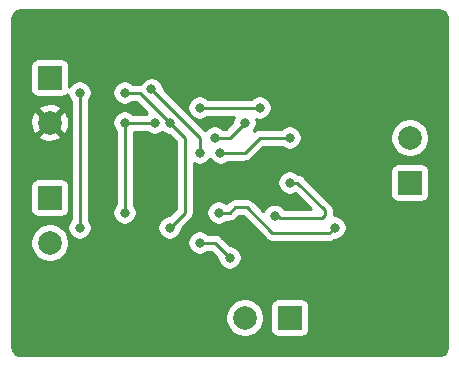
<source format=gbr>
G04 #@! TF.GenerationSoftware,KiCad,Pcbnew,(5.1.2)-1*
G04 #@! TF.CreationDate,2019-09-27T08:17:10+00:00*
G04 #@! TF.ProjectId,lilikitPCB,6c696c69-6b69-4745-9043-422e6b696361,V01*
G04 #@! TF.SameCoordinates,Original*
G04 #@! TF.FileFunction,Copper,L2,Bot*
G04 #@! TF.FilePolarity,Positive*
%FSLAX46Y46*%
G04 Gerber Fmt 4.6, Leading zero omitted, Abs format (unit mm)*
G04 Created by KiCad (PCBNEW (5.1.2)-1) date 2019-09-27 08:17:10*
%MOMM*%
%LPD*%
G04 APERTURE LIST*
%ADD10C,1.998980*%
%ADD11R,1.998980X1.998980*%
%ADD12C,0.800000*%
%ADD13C,0.250000*%
%ADD14C,0.254000*%
G04 APERTURE END LIST*
D10*
X83820000Y-91440000D03*
D11*
X83820000Y-87630000D03*
D10*
X100330000Y-107950000D03*
D11*
X104140000Y-107950000D03*
X83820000Y-97790000D03*
D10*
X83820000Y-101600000D03*
D11*
X114300000Y-96520000D03*
D10*
X114300000Y-92710000D03*
D12*
X93980000Y-100330000D03*
X93980000Y-91440000D03*
X90170000Y-88900000D03*
X93980000Y-82550000D03*
X100330000Y-85090000D03*
X100330000Y-91440000D03*
X97790000Y-92710000D03*
X98272500Y-93980000D03*
X104140000Y-92710000D03*
X96520000Y-90170000D03*
X101600000Y-90170000D03*
X86360000Y-100330000D03*
X86360000Y-88900000D03*
X90170000Y-99060000D03*
X90170000Y-91440000D03*
X90170000Y-91440000D03*
X92710000Y-91440000D03*
X96520000Y-93980000D03*
X92429847Y-88619847D03*
X99060000Y-102870000D03*
X96520000Y-101600000D03*
X98120000Y-99060000D03*
X107950000Y-100330000D03*
X104140000Y-96520000D03*
X102870000Y-99334991D03*
X102870000Y-99334991D03*
D13*
X93980000Y-100330000D02*
X95250000Y-99060000D01*
X95250000Y-99060000D02*
X95250000Y-92710000D01*
X95250000Y-92710000D02*
X93980000Y-91440000D01*
X93980000Y-91440000D02*
X91440000Y-88900000D01*
X91440000Y-88900000D02*
X90170000Y-88900000D01*
X93980000Y-82550000D02*
X99060000Y-82550000D01*
X99060000Y-82550000D02*
X100330000Y-83820000D01*
X100330000Y-83820000D02*
X100330000Y-85090000D01*
X100330000Y-91440000D02*
X99060000Y-92710000D01*
X99060000Y-92710000D02*
X97790000Y-92710000D01*
X98272500Y-93980000D02*
X100330000Y-93980000D01*
X100330000Y-93980000D02*
X101600000Y-92710000D01*
X101600000Y-92710000D02*
X104140000Y-92710000D01*
X96520000Y-90170000D02*
X101600000Y-90170000D01*
X86360000Y-100330000D02*
X86360000Y-91440000D01*
X86360000Y-91440000D02*
X86360000Y-88900000D01*
X90170000Y-99060000D02*
X90170000Y-91440000D01*
X92710000Y-91440000D02*
X90170000Y-91440000D01*
X96520000Y-93980000D02*
X96520000Y-92710000D01*
X96520000Y-92710000D02*
X92429847Y-88619847D01*
X99060000Y-102870000D02*
X97790000Y-101600000D01*
X97790000Y-101600000D02*
X96520000Y-101600000D01*
X100516401Y-98609991D02*
X99510009Y-98609991D01*
X102686419Y-100780009D02*
X100516401Y-98609991D01*
X107950000Y-100330000D02*
X107499991Y-100780009D01*
X107499991Y-100780009D02*
X102686419Y-100780009D01*
X99060000Y-99060000D02*
X98120000Y-99060000D01*
X99510009Y-98609991D02*
X99060000Y-99060000D01*
X106866401Y-99510009D02*
X103320009Y-99510009D01*
X107130009Y-99246401D02*
X106866401Y-99510009D01*
X107130009Y-98873599D02*
X107130009Y-99246401D01*
X104140000Y-96520000D02*
X104776410Y-96520000D01*
X104776410Y-96520000D02*
X107130009Y-98873599D01*
X103320009Y-99510009D02*
X103144991Y-99334991D01*
X103144991Y-99334991D02*
X102870000Y-99334991D01*
D14*
G36*
X116957869Y-81954722D02*
G01*
X117071246Y-81988953D01*
X117175819Y-82044555D01*
X117267596Y-82119407D01*
X117343091Y-82210664D01*
X117399419Y-82314844D01*
X117434440Y-82427976D01*
X117450000Y-82576022D01*
X117450001Y-110457711D01*
X117435278Y-110607869D01*
X117401047Y-110721246D01*
X117345446Y-110825817D01*
X117270594Y-110917595D01*
X117179335Y-110993091D01*
X117075160Y-111049419D01*
X116962024Y-111084440D01*
X116813979Y-111100000D01*
X81312279Y-111100000D01*
X81162131Y-111085278D01*
X81048754Y-111051047D01*
X80944183Y-110995446D01*
X80852405Y-110920594D01*
X80776909Y-110829335D01*
X80720581Y-110725160D01*
X80685560Y-110612024D01*
X80670000Y-110463979D01*
X80670000Y-107789017D01*
X98695510Y-107789017D01*
X98695510Y-108110983D01*
X98758322Y-108426763D01*
X98881533Y-108724222D01*
X99060408Y-108991927D01*
X99288073Y-109219592D01*
X99555778Y-109398467D01*
X99853237Y-109521678D01*
X100169017Y-109584490D01*
X100490983Y-109584490D01*
X100806763Y-109521678D01*
X101104222Y-109398467D01*
X101371927Y-109219592D01*
X101599592Y-108991927D01*
X101778467Y-108724222D01*
X101901678Y-108426763D01*
X101964490Y-108110983D01*
X101964490Y-107789017D01*
X101901678Y-107473237D01*
X101778467Y-107175778D01*
X101627948Y-106950510D01*
X102502438Y-106950510D01*
X102502438Y-108949490D01*
X102514698Y-109073972D01*
X102551008Y-109193670D01*
X102609973Y-109303984D01*
X102689325Y-109400675D01*
X102786016Y-109480027D01*
X102896330Y-109538992D01*
X103016028Y-109575302D01*
X103140510Y-109587562D01*
X105139490Y-109587562D01*
X105263972Y-109575302D01*
X105383670Y-109538992D01*
X105493984Y-109480027D01*
X105590675Y-109400675D01*
X105670027Y-109303984D01*
X105728992Y-109193670D01*
X105765302Y-109073972D01*
X105777562Y-108949490D01*
X105777562Y-106950510D01*
X105765302Y-106826028D01*
X105728992Y-106706330D01*
X105670027Y-106596016D01*
X105590675Y-106499325D01*
X105493984Y-106419973D01*
X105383670Y-106361008D01*
X105263972Y-106324698D01*
X105139490Y-106312438D01*
X103140510Y-106312438D01*
X103016028Y-106324698D01*
X102896330Y-106361008D01*
X102786016Y-106419973D01*
X102689325Y-106499325D01*
X102609973Y-106596016D01*
X102551008Y-106706330D01*
X102514698Y-106826028D01*
X102502438Y-106950510D01*
X101627948Y-106950510D01*
X101599592Y-106908073D01*
X101371927Y-106680408D01*
X101104222Y-106501533D01*
X100806763Y-106378322D01*
X100490983Y-106315510D01*
X100169017Y-106315510D01*
X99853237Y-106378322D01*
X99555778Y-106501533D01*
X99288073Y-106680408D01*
X99060408Y-106908073D01*
X98881533Y-107175778D01*
X98758322Y-107473237D01*
X98695510Y-107789017D01*
X80670000Y-107789017D01*
X80670000Y-101439017D01*
X82185510Y-101439017D01*
X82185510Y-101760983D01*
X82248322Y-102076763D01*
X82371533Y-102374222D01*
X82550408Y-102641927D01*
X82778073Y-102869592D01*
X83045778Y-103048467D01*
X83343237Y-103171678D01*
X83659017Y-103234490D01*
X83980983Y-103234490D01*
X84296763Y-103171678D01*
X84594222Y-103048467D01*
X84861927Y-102869592D01*
X85089592Y-102641927D01*
X85268467Y-102374222D01*
X85391678Y-102076763D01*
X85454490Y-101760983D01*
X85454490Y-101498061D01*
X95485000Y-101498061D01*
X95485000Y-101701939D01*
X95524774Y-101901898D01*
X95602795Y-102090256D01*
X95716063Y-102259774D01*
X95860226Y-102403937D01*
X96029744Y-102517205D01*
X96218102Y-102595226D01*
X96418061Y-102635000D01*
X96621939Y-102635000D01*
X96821898Y-102595226D01*
X97010256Y-102517205D01*
X97179774Y-102403937D01*
X97223711Y-102360000D01*
X97475199Y-102360000D01*
X98025000Y-102909802D01*
X98025000Y-102971939D01*
X98064774Y-103171898D01*
X98142795Y-103360256D01*
X98256063Y-103529774D01*
X98400226Y-103673937D01*
X98569744Y-103787205D01*
X98758102Y-103865226D01*
X98958061Y-103905000D01*
X99161939Y-103905000D01*
X99361898Y-103865226D01*
X99550256Y-103787205D01*
X99719774Y-103673937D01*
X99863937Y-103529774D01*
X99977205Y-103360256D01*
X100055226Y-103171898D01*
X100095000Y-102971939D01*
X100095000Y-102768061D01*
X100055226Y-102568102D01*
X99977205Y-102379744D01*
X99863937Y-102210226D01*
X99719774Y-102066063D01*
X99550256Y-101952795D01*
X99361898Y-101874774D01*
X99161939Y-101835000D01*
X99099802Y-101835000D01*
X98353804Y-101089003D01*
X98330001Y-101059999D01*
X98214276Y-100965026D01*
X98082247Y-100894454D01*
X97938986Y-100850997D01*
X97827333Y-100840000D01*
X97827322Y-100840000D01*
X97790000Y-100836324D01*
X97752678Y-100840000D01*
X97223711Y-100840000D01*
X97179774Y-100796063D01*
X97010256Y-100682795D01*
X96821898Y-100604774D01*
X96621939Y-100565000D01*
X96418061Y-100565000D01*
X96218102Y-100604774D01*
X96029744Y-100682795D01*
X95860226Y-100796063D01*
X95716063Y-100940226D01*
X95602795Y-101109744D01*
X95524774Y-101298102D01*
X95485000Y-101498061D01*
X85454490Y-101498061D01*
X85454490Y-101439017D01*
X85391678Y-101123237D01*
X85268467Y-100825778D01*
X85089592Y-100558073D01*
X84861927Y-100330408D01*
X84594222Y-100151533D01*
X84296763Y-100028322D01*
X83980983Y-99965510D01*
X83659017Y-99965510D01*
X83343237Y-100028322D01*
X83045778Y-100151533D01*
X82778073Y-100330408D01*
X82550408Y-100558073D01*
X82371533Y-100825778D01*
X82248322Y-101123237D01*
X82185510Y-101439017D01*
X80670000Y-101439017D01*
X80670000Y-96790510D01*
X82182438Y-96790510D01*
X82182438Y-98789490D01*
X82194698Y-98913972D01*
X82231008Y-99033670D01*
X82289973Y-99143984D01*
X82369325Y-99240675D01*
X82466016Y-99320027D01*
X82576330Y-99378992D01*
X82696028Y-99415302D01*
X82820510Y-99427562D01*
X84819490Y-99427562D01*
X84943972Y-99415302D01*
X85063670Y-99378992D01*
X85173984Y-99320027D01*
X85270675Y-99240675D01*
X85350027Y-99143984D01*
X85408992Y-99033670D01*
X85445302Y-98913972D01*
X85457562Y-98789490D01*
X85457562Y-96790510D01*
X85445302Y-96666028D01*
X85408992Y-96546330D01*
X85350027Y-96436016D01*
X85270675Y-96339325D01*
X85173984Y-96259973D01*
X85063670Y-96201008D01*
X84943972Y-96164698D01*
X84819490Y-96152438D01*
X82820510Y-96152438D01*
X82696028Y-96164698D01*
X82576330Y-96201008D01*
X82466016Y-96259973D01*
X82369325Y-96339325D01*
X82289973Y-96436016D01*
X82231008Y-96546330D01*
X82194698Y-96666028D01*
X82182438Y-96790510D01*
X80670000Y-96790510D01*
X80670000Y-92575050D01*
X82864555Y-92575050D01*
X82960258Y-92839399D01*
X83249787Y-92980238D01*
X83561229Y-93061885D01*
X83882615Y-93081205D01*
X84201595Y-93037454D01*
X84505911Y-92932314D01*
X84679742Y-92839399D01*
X84775445Y-92575050D01*
X83820000Y-91619605D01*
X82864555Y-92575050D01*
X80670000Y-92575050D01*
X80670000Y-91502615D01*
X82178795Y-91502615D01*
X82222546Y-91821595D01*
X82327686Y-92125911D01*
X82420601Y-92299742D01*
X82684950Y-92395445D01*
X83640395Y-91440000D01*
X83999605Y-91440000D01*
X84955050Y-92395445D01*
X85219399Y-92299742D01*
X85360238Y-92010213D01*
X85441885Y-91698771D01*
X85461205Y-91377385D01*
X85417454Y-91058405D01*
X85312314Y-90754089D01*
X85219399Y-90580258D01*
X84955050Y-90484555D01*
X83999605Y-91440000D01*
X83640395Y-91440000D01*
X82684950Y-90484555D01*
X82420601Y-90580258D01*
X82279762Y-90869787D01*
X82198115Y-91181229D01*
X82178795Y-91502615D01*
X80670000Y-91502615D01*
X80670000Y-90304950D01*
X82864555Y-90304950D01*
X83820000Y-91260395D01*
X84775445Y-90304950D01*
X84679742Y-90040601D01*
X84390213Y-89899762D01*
X84078771Y-89818115D01*
X83757385Y-89798795D01*
X83438405Y-89842546D01*
X83134089Y-89947686D01*
X82960258Y-90040601D01*
X82864555Y-90304950D01*
X80670000Y-90304950D01*
X80670000Y-86630510D01*
X82182438Y-86630510D01*
X82182438Y-88629490D01*
X82194698Y-88753972D01*
X82231008Y-88873670D01*
X82289973Y-88983984D01*
X82369325Y-89080675D01*
X82466016Y-89160027D01*
X82576330Y-89218992D01*
X82696028Y-89255302D01*
X82820510Y-89267562D01*
X84819490Y-89267562D01*
X84943972Y-89255302D01*
X85063670Y-89218992D01*
X85173984Y-89160027D01*
X85270675Y-89080675D01*
X85327008Y-89012033D01*
X85364774Y-89201898D01*
X85442795Y-89390256D01*
X85556063Y-89559774D01*
X85600001Y-89603712D01*
X85600000Y-91477332D01*
X85600001Y-91477342D01*
X85600000Y-99626289D01*
X85556063Y-99670226D01*
X85442795Y-99839744D01*
X85364774Y-100028102D01*
X85325000Y-100228061D01*
X85325000Y-100431939D01*
X85364774Y-100631898D01*
X85442795Y-100820256D01*
X85556063Y-100989774D01*
X85700226Y-101133937D01*
X85869744Y-101247205D01*
X86058102Y-101325226D01*
X86258061Y-101365000D01*
X86461939Y-101365000D01*
X86661898Y-101325226D01*
X86850256Y-101247205D01*
X87019774Y-101133937D01*
X87163937Y-100989774D01*
X87277205Y-100820256D01*
X87355226Y-100631898D01*
X87395000Y-100431939D01*
X87395000Y-100228061D01*
X87355226Y-100028102D01*
X87277205Y-99839744D01*
X87163937Y-99670226D01*
X87120000Y-99626289D01*
X87120000Y-89603711D01*
X87163937Y-89559774D01*
X87277205Y-89390256D01*
X87355226Y-89201898D01*
X87395000Y-89001939D01*
X87395000Y-88798061D01*
X89135000Y-88798061D01*
X89135000Y-89001939D01*
X89174774Y-89201898D01*
X89252795Y-89390256D01*
X89366063Y-89559774D01*
X89510226Y-89703937D01*
X89679744Y-89817205D01*
X89868102Y-89895226D01*
X90068061Y-89935000D01*
X90271939Y-89935000D01*
X90471898Y-89895226D01*
X90660256Y-89817205D01*
X90829774Y-89703937D01*
X90873711Y-89660000D01*
X91125199Y-89660000D01*
X92080819Y-90615621D01*
X92050226Y-90636063D01*
X92006289Y-90680000D01*
X90873711Y-90680000D01*
X90829774Y-90636063D01*
X90660256Y-90522795D01*
X90471898Y-90444774D01*
X90271939Y-90405000D01*
X90068061Y-90405000D01*
X89868102Y-90444774D01*
X89679744Y-90522795D01*
X89510226Y-90636063D01*
X89366063Y-90780226D01*
X89252795Y-90949744D01*
X89174774Y-91138102D01*
X89135000Y-91338061D01*
X89135000Y-91541939D01*
X89174774Y-91741898D01*
X89252795Y-91930256D01*
X89366063Y-92099774D01*
X89410001Y-92143712D01*
X89410000Y-98356289D01*
X89366063Y-98400226D01*
X89252795Y-98569744D01*
X89174774Y-98758102D01*
X89135000Y-98958061D01*
X89135000Y-99161939D01*
X89174774Y-99361898D01*
X89252795Y-99550256D01*
X89366063Y-99719774D01*
X89510226Y-99863937D01*
X89679744Y-99977205D01*
X89868102Y-100055226D01*
X90068061Y-100095000D01*
X90271939Y-100095000D01*
X90471898Y-100055226D01*
X90660256Y-99977205D01*
X90829774Y-99863937D01*
X90973937Y-99719774D01*
X91087205Y-99550256D01*
X91165226Y-99361898D01*
X91205000Y-99161939D01*
X91205000Y-98958061D01*
X91165226Y-98758102D01*
X91087205Y-98569744D01*
X90973937Y-98400226D01*
X90930000Y-98356289D01*
X90930000Y-92200000D01*
X92006289Y-92200000D01*
X92050226Y-92243937D01*
X92219744Y-92357205D01*
X92408102Y-92435226D01*
X92608061Y-92475000D01*
X92811939Y-92475000D01*
X93011898Y-92435226D01*
X93200256Y-92357205D01*
X93345000Y-92260490D01*
X93489744Y-92357205D01*
X93678102Y-92435226D01*
X93878061Y-92475000D01*
X93940199Y-92475000D01*
X94490001Y-93024803D01*
X94490000Y-98745198D01*
X93940199Y-99295000D01*
X93878061Y-99295000D01*
X93678102Y-99334774D01*
X93489744Y-99412795D01*
X93320226Y-99526063D01*
X93176063Y-99670226D01*
X93062795Y-99839744D01*
X92984774Y-100028102D01*
X92945000Y-100228061D01*
X92945000Y-100431939D01*
X92984774Y-100631898D01*
X93062795Y-100820256D01*
X93176063Y-100989774D01*
X93320226Y-101133937D01*
X93489744Y-101247205D01*
X93678102Y-101325226D01*
X93878061Y-101365000D01*
X94081939Y-101365000D01*
X94281898Y-101325226D01*
X94470256Y-101247205D01*
X94639774Y-101133937D01*
X94783937Y-100989774D01*
X94897205Y-100820256D01*
X94975226Y-100631898D01*
X95015000Y-100431939D01*
X95015000Y-100369801D01*
X95761004Y-99623798D01*
X95790001Y-99600001D01*
X95884974Y-99484276D01*
X95955546Y-99352247D01*
X95999003Y-99208986D01*
X96010000Y-99097333D01*
X96010000Y-99097324D01*
X96013676Y-99060001D01*
X96010000Y-99022678D01*
X96010000Y-98958061D01*
X97085000Y-98958061D01*
X97085000Y-99161939D01*
X97124774Y-99361898D01*
X97202795Y-99550256D01*
X97316063Y-99719774D01*
X97460226Y-99863937D01*
X97629744Y-99977205D01*
X97818102Y-100055226D01*
X98018061Y-100095000D01*
X98221939Y-100095000D01*
X98421898Y-100055226D01*
X98610256Y-99977205D01*
X98779774Y-99863937D01*
X98823711Y-99820000D01*
X99022678Y-99820000D01*
X99060000Y-99823676D01*
X99097322Y-99820000D01*
X99097333Y-99820000D01*
X99208986Y-99809003D01*
X99352247Y-99765546D01*
X99484276Y-99694974D01*
X99600001Y-99600001D01*
X99623804Y-99570997D01*
X99824810Y-99369991D01*
X100201600Y-99369991D01*
X102122620Y-101291012D01*
X102146418Y-101320010D01*
X102175416Y-101343808D01*
X102262142Y-101414983D01*
X102329551Y-101451014D01*
X102394172Y-101485555D01*
X102537433Y-101529012D01*
X102649086Y-101540009D01*
X102649096Y-101540009D01*
X102686419Y-101543685D01*
X102723742Y-101540009D01*
X107462669Y-101540009D01*
X107499991Y-101543685D01*
X107537313Y-101540009D01*
X107537324Y-101540009D01*
X107648977Y-101529012D01*
X107792238Y-101485555D01*
X107924267Y-101414983D01*
X107985171Y-101365000D01*
X108051939Y-101365000D01*
X108251898Y-101325226D01*
X108440256Y-101247205D01*
X108609774Y-101133937D01*
X108753937Y-100989774D01*
X108867205Y-100820256D01*
X108945226Y-100631898D01*
X108985000Y-100431939D01*
X108985000Y-100228061D01*
X108945226Y-100028102D01*
X108867205Y-99839744D01*
X108753937Y-99670226D01*
X108609774Y-99526063D01*
X108440256Y-99412795D01*
X108251898Y-99334774D01*
X108051939Y-99295000D01*
X107888899Y-99295000D01*
X107890009Y-99283733D01*
X107890009Y-99283724D01*
X107893685Y-99246402D01*
X107890009Y-99209079D01*
X107890009Y-98910932D01*
X107893686Y-98873599D01*
X107882397Y-98758976D01*
X107879012Y-98724613D01*
X107835555Y-98581352D01*
X107764983Y-98449323D01*
X107670010Y-98333598D01*
X107641013Y-98309801D01*
X105340214Y-96009003D01*
X105316411Y-95979999D01*
X105200686Y-95885026D01*
X105068657Y-95814454D01*
X104925396Y-95770997D01*
X104846985Y-95763274D01*
X104799774Y-95716063D01*
X104630256Y-95602795D01*
X104441898Y-95524774D01*
X104420462Y-95520510D01*
X112662438Y-95520510D01*
X112662438Y-97519490D01*
X112674698Y-97643972D01*
X112711008Y-97763670D01*
X112769973Y-97873984D01*
X112849325Y-97970675D01*
X112946016Y-98050027D01*
X113056330Y-98108992D01*
X113176028Y-98145302D01*
X113300510Y-98157562D01*
X115299490Y-98157562D01*
X115423972Y-98145302D01*
X115543670Y-98108992D01*
X115653984Y-98050027D01*
X115750675Y-97970675D01*
X115830027Y-97873984D01*
X115888992Y-97763670D01*
X115925302Y-97643972D01*
X115937562Y-97519490D01*
X115937562Y-95520510D01*
X115925302Y-95396028D01*
X115888992Y-95276330D01*
X115830027Y-95166016D01*
X115750675Y-95069325D01*
X115653984Y-94989973D01*
X115543670Y-94931008D01*
X115423972Y-94894698D01*
X115299490Y-94882438D01*
X113300510Y-94882438D01*
X113176028Y-94894698D01*
X113056330Y-94931008D01*
X112946016Y-94989973D01*
X112849325Y-95069325D01*
X112769973Y-95166016D01*
X112711008Y-95276330D01*
X112674698Y-95396028D01*
X112662438Y-95520510D01*
X104420462Y-95520510D01*
X104241939Y-95485000D01*
X104038061Y-95485000D01*
X103838102Y-95524774D01*
X103649744Y-95602795D01*
X103480226Y-95716063D01*
X103336063Y-95860226D01*
X103222795Y-96029744D01*
X103144774Y-96218102D01*
X103105000Y-96418061D01*
X103105000Y-96621939D01*
X103144774Y-96821898D01*
X103222795Y-97010256D01*
X103336063Y-97179774D01*
X103480226Y-97323937D01*
X103649744Y-97437205D01*
X103838102Y-97515226D01*
X104038061Y-97555000D01*
X104241939Y-97555000D01*
X104441898Y-97515226D01*
X104622165Y-97440556D01*
X105931617Y-98750009D01*
X103723911Y-98750009D01*
X103673937Y-98675217D01*
X103529774Y-98531054D01*
X103360256Y-98417786D01*
X103171898Y-98339765D01*
X102971939Y-98299991D01*
X102768061Y-98299991D01*
X102568102Y-98339765D01*
X102379744Y-98417786D01*
X102210226Y-98531054D01*
X102066063Y-98675217D01*
X101952795Y-98844735D01*
X101915642Y-98934430D01*
X101080205Y-98098994D01*
X101056402Y-98069990D01*
X100940677Y-97975017D01*
X100808648Y-97904445D01*
X100665387Y-97860988D01*
X100553734Y-97849991D01*
X100553723Y-97849991D01*
X100516401Y-97846315D01*
X100479079Y-97849991D01*
X99547332Y-97849991D01*
X99510009Y-97846315D01*
X99472686Y-97849991D01*
X99472676Y-97849991D01*
X99361023Y-97860988D01*
X99217762Y-97904445D01*
X99085733Y-97975017D01*
X98970008Y-98069990D01*
X98946205Y-98098994D01*
X98784455Y-98260744D01*
X98779774Y-98256063D01*
X98610256Y-98142795D01*
X98421898Y-98064774D01*
X98221939Y-98025000D01*
X98018061Y-98025000D01*
X97818102Y-98064774D01*
X97629744Y-98142795D01*
X97460226Y-98256063D01*
X97316063Y-98400226D01*
X97202795Y-98569744D01*
X97124774Y-98758102D01*
X97085000Y-98958061D01*
X96010000Y-98958061D01*
X96010000Y-94884013D01*
X96029744Y-94897205D01*
X96218102Y-94975226D01*
X96418061Y-95015000D01*
X96621939Y-95015000D01*
X96821898Y-94975226D01*
X97010256Y-94897205D01*
X97179774Y-94783937D01*
X97323937Y-94639774D01*
X97396250Y-94531550D01*
X97468563Y-94639774D01*
X97612726Y-94783937D01*
X97782244Y-94897205D01*
X97970602Y-94975226D01*
X98170561Y-95015000D01*
X98374439Y-95015000D01*
X98574398Y-94975226D01*
X98762756Y-94897205D01*
X98932274Y-94783937D01*
X98976211Y-94740000D01*
X100292678Y-94740000D01*
X100330000Y-94743676D01*
X100367322Y-94740000D01*
X100367333Y-94740000D01*
X100478986Y-94729003D01*
X100622247Y-94685546D01*
X100754276Y-94614974D01*
X100870001Y-94520001D01*
X100893804Y-94490997D01*
X101914802Y-93470000D01*
X103436289Y-93470000D01*
X103480226Y-93513937D01*
X103649744Y-93627205D01*
X103838102Y-93705226D01*
X104038061Y-93745000D01*
X104241939Y-93745000D01*
X104441898Y-93705226D01*
X104630256Y-93627205D01*
X104799774Y-93513937D01*
X104943937Y-93369774D01*
X105057205Y-93200256D01*
X105135226Y-93011898D01*
X105175000Y-92811939D01*
X105175000Y-92608061D01*
X105163256Y-92549017D01*
X112665510Y-92549017D01*
X112665510Y-92870983D01*
X112728322Y-93186763D01*
X112851533Y-93484222D01*
X113030408Y-93751927D01*
X113258073Y-93979592D01*
X113525778Y-94158467D01*
X113823237Y-94281678D01*
X114139017Y-94344490D01*
X114460983Y-94344490D01*
X114776763Y-94281678D01*
X115074222Y-94158467D01*
X115341927Y-93979592D01*
X115569592Y-93751927D01*
X115748467Y-93484222D01*
X115871678Y-93186763D01*
X115934490Y-92870983D01*
X115934490Y-92549017D01*
X115871678Y-92233237D01*
X115748467Y-91935778D01*
X115569592Y-91668073D01*
X115341927Y-91440408D01*
X115074222Y-91261533D01*
X114776763Y-91138322D01*
X114460983Y-91075510D01*
X114139017Y-91075510D01*
X113823237Y-91138322D01*
X113525778Y-91261533D01*
X113258073Y-91440408D01*
X113030408Y-91668073D01*
X112851533Y-91935778D01*
X112728322Y-92233237D01*
X112665510Y-92549017D01*
X105163256Y-92549017D01*
X105135226Y-92408102D01*
X105057205Y-92219744D01*
X104943937Y-92050226D01*
X104799774Y-91906063D01*
X104630256Y-91792795D01*
X104441898Y-91714774D01*
X104241939Y-91675000D01*
X104038061Y-91675000D01*
X103838102Y-91714774D01*
X103649744Y-91792795D01*
X103480226Y-91906063D01*
X103436289Y-91950000D01*
X101637322Y-91950000D01*
X101599999Y-91946324D01*
X101562676Y-91950000D01*
X101562667Y-91950000D01*
X101451014Y-91960997D01*
X101307753Y-92004454D01*
X101175724Y-92075026D01*
X101080705Y-92153006D01*
X101133937Y-92099774D01*
X101247205Y-91930256D01*
X101325226Y-91741898D01*
X101365000Y-91541939D01*
X101365000Y-91338061D01*
X101331961Y-91171961D01*
X101498061Y-91205000D01*
X101701939Y-91205000D01*
X101901898Y-91165226D01*
X102090256Y-91087205D01*
X102259774Y-90973937D01*
X102403937Y-90829774D01*
X102517205Y-90660256D01*
X102595226Y-90471898D01*
X102635000Y-90271939D01*
X102635000Y-90068061D01*
X102595226Y-89868102D01*
X102517205Y-89679744D01*
X102403937Y-89510226D01*
X102259774Y-89366063D01*
X102090256Y-89252795D01*
X101901898Y-89174774D01*
X101701939Y-89135000D01*
X101498061Y-89135000D01*
X101298102Y-89174774D01*
X101109744Y-89252795D01*
X100940226Y-89366063D01*
X100896289Y-89410000D01*
X97223711Y-89410000D01*
X97179774Y-89366063D01*
X97010256Y-89252795D01*
X96821898Y-89174774D01*
X96621939Y-89135000D01*
X96418061Y-89135000D01*
X96218102Y-89174774D01*
X96029744Y-89252795D01*
X95860226Y-89366063D01*
X95716063Y-89510226D01*
X95602795Y-89679744D01*
X95524774Y-89868102D01*
X95485000Y-90068061D01*
X95485000Y-90271939D01*
X95524774Y-90471898D01*
X95602795Y-90660256D01*
X95716063Y-90829774D01*
X95860226Y-90973937D01*
X96029744Y-91087205D01*
X96218102Y-91165226D01*
X96418061Y-91205000D01*
X96621939Y-91205000D01*
X96821898Y-91165226D01*
X97010256Y-91087205D01*
X97179774Y-90973937D01*
X97223711Y-90930000D01*
X99425987Y-90930000D01*
X99412795Y-90949744D01*
X99334774Y-91138102D01*
X99295000Y-91338061D01*
X99295000Y-91400198D01*
X98745199Y-91950000D01*
X98493711Y-91950000D01*
X98449774Y-91906063D01*
X98280256Y-91792795D01*
X98091898Y-91714774D01*
X97891939Y-91675000D01*
X97688061Y-91675000D01*
X97488102Y-91714774D01*
X97299744Y-91792795D01*
X97130226Y-91906063D01*
X96986063Y-92050226D01*
X96965621Y-92080819D01*
X93464847Y-88580046D01*
X93464847Y-88517908D01*
X93425073Y-88317949D01*
X93347052Y-88129591D01*
X93233784Y-87960073D01*
X93089621Y-87815910D01*
X92920103Y-87702642D01*
X92731745Y-87624621D01*
X92531786Y-87584847D01*
X92327908Y-87584847D01*
X92127949Y-87624621D01*
X91939591Y-87702642D01*
X91770073Y-87815910D01*
X91625910Y-87960073D01*
X91512642Y-88129591D01*
X91507115Y-88142933D01*
X91477333Y-88140000D01*
X91477322Y-88140000D01*
X91440000Y-88136324D01*
X91402678Y-88140000D01*
X90873711Y-88140000D01*
X90829774Y-88096063D01*
X90660256Y-87982795D01*
X90471898Y-87904774D01*
X90271939Y-87865000D01*
X90068061Y-87865000D01*
X89868102Y-87904774D01*
X89679744Y-87982795D01*
X89510226Y-88096063D01*
X89366063Y-88240226D01*
X89252795Y-88409744D01*
X89174774Y-88598102D01*
X89135000Y-88798061D01*
X87395000Y-88798061D01*
X87355226Y-88598102D01*
X87277205Y-88409744D01*
X87163937Y-88240226D01*
X87019774Y-88096063D01*
X86850256Y-87982795D01*
X86661898Y-87904774D01*
X86461939Y-87865000D01*
X86258061Y-87865000D01*
X86058102Y-87904774D01*
X85869744Y-87982795D01*
X85700226Y-88096063D01*
X85556063Y-88240226D01*
X85457562Y-88387644D01*
X85457562Y-86630510D01*
X85445302Y-86506028D01*
X85408992Y-86386330D01*
X85350027Y-86276016D01*
X85270675Y-86179325D01*
X85173984Y-86099973D01*
X85063670Y-86041008D01*
X84943972Y-86004698D01*
X84819490Y-85992438D01*
X82820510Y-85992438D01*
X82696028Y-86004698D01*
X82576330Y-86041008D01*
X82466016Y-86099973D01*
X82369325Y-86179325D01*
X82289973Y-86276016D01*
X82231008Y-86386330D01*
X82194698Y-86506028D01*
X82182438Y-86630510D01*
X80670000Y-86630510D01*
X80670000Y-82582279D01*
X80684722Y-82432131D01*
X80718953Y-82318754D01*
X80774555Y-82214181D01*
X80849407Y-82122404D01*
X80940664Y-82046909D01*
X81044844Y-81990581D01*
X81157976Y-81955560D01*
X81306022Y-81940000D01*
X116807721Y-81940000D01*
X116957869Y-81954722D01*
X116957869Y-81954722D01*
G37*
X116957869Y-81954722D02*
X117071246Y-81988953D01*
X117175819Y-82044555D01*
X117267596Y-82119407D01*
X117343091Y-82210664D01*
X117399419Y-82314844D01*
X117434440Y-82427976D01*
X117450000Y-82576022D01*
X117450001Y-110457711D01*
X117435278Y-110607869D01*
X117401047Y-110721246D01*
X117345446Y-110825817D01*
X117270594Y-110917595D01*
X117179335Y-110993091D01*
X117075160Y-111049419D01*
X116962024Y-111084440D01*
X116813979Y-111100000D01*
X81312279Y-111100000D01*
X81162131Y-111085278D01*
X81048754Y-111051047D01*
X80944183Y-110995446D01*
X80852405Y-110920594D01*
X80776909Y-110829335D01*
X80720581Y-110725160D01*
X80685560Y-110612024D01*
X80670000Y-110463979D01*
X80670000Y-107789017D01*
X98695510Y-107789017D01*
X98695510Y-108110983D01*
X98758322Y-108426763D01*
X98881533Y-108724222D01*
X99060408Y-108991927D01*
X99288073Y-109219592D01*
X99555778Y-109398467D01*
X99853237Y-109521678D01*
X100169017Y-109584490D01*
X100490983Y-109584490D01*
X100806763Y-109521678D01*
X101104222Y-109398467D01*
X101371927Y-109219592D01*
X101599592Y-108991927D01*
X101778467Y-108724222D01*
X101901678Y-108426763D01*
X101964490Y-108110983D01*
X101964490Y-107789017D01*
X101901678Y-107473237D01*
X101778467Y-107175778D01*
X101627948Y-106950510D01*
X102502438Y-106950510D01*
X102502438Y-108949490D01*
X102514698Y-109073972D01*
X102551008Y-109193670D01*
X102609973Y-109303984D01*
X102689325Y-109400675D01*
X102786016Y-109480027D01*
X102896330Y-109538992D01*
X103016028Y-109575302D01*
X103140510Y-109587562D01*
X105139490Y-109587562D01*
X105263972Y-109575302D01*
X105383670Y-109538992D01*
X105493984Y-109480027D01*
X105590675Y-109400675D01*
X105670027Y-109303984D01*
X105728992Y-109193670D01*
X105765302Y-109073972D01*
X105777562Y-108949490D01*
X105777562Y-106950510D01*
X105765302Y-106826028D01*
X105728992Y-106706330D01*
X105670027Y-106596016D01*
X105590675Y-106499325D01*
X105493984Y-106419973D01*
X105383670Y-106361008D01*
X105263972Y-106324698D01*
X105139490Y-106312438D01*
X103140510Y-106312438D01*
X103016028Y-106324698D01*
X102896330Y-106361008D01*
X102786016Y-106419973D01*
X102689325Y-106499325D01*
X102609973Y-106596016D01*
X102551008Y-106706330D01*
X102514698Y-106826028D01*
X102502438Y-106950510D01*
X101627948Y-106950510D01*
X101599592Y-106908073D01*
X101371927Y-106680408D01*
X101104222Y-106501533D01*
X100806763Y-106378322D01*
X100490983Y-106315510D01*
X100169017Y-106315510D01*
X99853237Y-106378322D01*
X99555778Y-106501533D01*
X99288073Y-106680408D01*
X99060408Y-106908073D01*
X98881533Y-107175778D01*
X98758322Y-107473237D01*
X98695510Y-107789017D01*
X80670000Y-107789017D01*
X80670000Y-101439017D01*
X82185510Y-101439017D01*
X82185510Y-101760983D01*
X82248322Y-102076763D01*
X82371533Y-102374222D01*
X82550408Y-102641927D01*
X82778073Y-102869592D01*
X83045778Y-103048467D01*
X83343237Y-103171678D01*
X83659017Y-103234490D01*
X83980983Y-103234490D01*
X84296763Y-103171678D01*
X84594222Y-103048467D01*
X84861927Y-102869592D01*
X85089592Y-102641927D01*
X85268467Y-102374222D01*
X85391678Y-102076763D01*
X85454490Y-101760983D01*
X85454490Y-101498061D01*
X95485000Y-101498061D01*
X95485000Y-101701939D01*
X95524774Y-101901898D01*
X95602795Y-102090256D01*
X95716063Y-102259774D01*
X95860226Y-102403937D01*
X96029744Y-102517205D01*
X96218102Y-102595226D01*
X96418061Y-102635000D01*
X96621939Y-102635000D01*
X96821898Y-102595226D01*
X97010256Y-102517205D01*
X97179774Y-102403937D01*
X97223711Y-102360000D01*
X97475199Y-102360000D01*
X98025000Y-102909802D01*
X98025000Y-102971939D01*
X98064774Y-103171898D01*
X98142795Y-103360256D01*
X98256063Y-103529774D01*
X98400226Y-103673937D01*
X98569744Y-103787205D01*
X98758102Y-103865226D01*
X98958061Y-103905000D01*
X99161939Y-103905000D01*
X99361898Y-103865226D01*
X99550256Y-103787205D01*
X99719774Y-103673937D01*
X99863937Y-103529774D01*
X99977205Y-103360256D01*
X100055226Y-103171898D01*
X100095000Y-102971939D01*
X100095000Y-102768061D01*
X100055226Y-102568102D01*
X99977205Y-102379744D01*
X99863937Y-102210226D01*
X99719774Y-102066063D01*
X99550256Y-101952795D01*
X99361898Y-101874774D01*
X99161939Y-101835000D01*
X99099802Y-101835000D01*
X98353804Y-101089003D01*
X98330001Y-101059999D01*
X98214276Y-100965026D01*
X98082247Y-100894454D01*
X97938986Y-100850997D01*
X97827333Y-100840000D01*
X97827322Y-100840000D01*
X97790000Y-100836324D01*
X97752678Y-100840000D01*
X97223711Y-100840000D01*
X97179774Y-100796063D01*
X97010256Y-100682795D01*
X96821898Y-100604774D01*
X96621939Y-100565000D01*
X96418061Y-100565000D01*
X96218102Y-100604774D01*
X96029744Y-100682795D01*
X95860226Y-100796063D01*
X95716063Y-100940226D01*
X95602795Y-101109744D01*
X95524774Y-101298102D01*
X95485000Y-101498061D01*
X85454490Y-101498061D01*
X85454490Y-101439017D01*
X85391678Y-101123237D01*
X85268467Y-100825778D01*
X85089592Y-100558073D01*
X84861927Y-100330408D01*
X84594222Y-100151533D01*
X84296763Y-100028322D01*
X83980983Y-99965510D01*
X83659017Y-99965510D01*
X83343237Y-100028322D01*
X83045778Y-100151533D01*
X82778073Y-100330408D01*
X82550408Y-100558073D01*
X82371533Y-100825778D01*
X82248322Y-101123237D01*
X82185510Y-101439017D01*
X80670000Y-101439017D01*
X80670000Y-96790510D01*
X82182438Y-96790510D01*
X82182438Y-98789490D01*
X82194698Y-98913972D01*
X82231008Y-99033670D01*
X82289973Y-99143984D01*
X82369325Y-99240675D01*
X82466016Y-99320027D01*
X82576330Y-99378992D01*
X82696028Y-99415302D01*
X82820510Y-99427562D01*
X84819490Y-99427562D01*
X84943972Y-99415302D01*
X85063670Y-99378992D01*
X85173984Y-99320027D01*
X85270675Y-99240675D01*
X85350027Y-99143984D01*
X85408992Y-99033670D01*
X85445302Y-98913972D01*
X85457562Y-98789490D01*
X85457562Y-96790510D01*
X85445302Y-96666028D01*
X85408992Y-96546330D01*
X85350027Y-96436016D01*
X85270675Y-96339325D01*
X85173984Y-96259973D01*
X85063670Y-96201008D01*
X84943972Y-96164698D01*
X84819490Y-96152438D01*
X82820510Y-96152438D01*
X82696028Y-96164698D01*
X82576330Y-96201008D01*
X82466016Y-96259973D01*
X82369325Y-96339325D01*
X82289973Y-96436016D01*
X82231008Y-96546330D01*
X82194698Y-96666028D01*
X82182438Y-96790510D01*
X80670000Y-96790510D01*
X80670000Y-92575050D01*
X82864555Y-92575050D01*
X82960258Y-92839399D01*
X83249787Y-92980238D01*
X83561229Y-93061885D01*
X83882615Y-93081205D01*
X84201595Y-93037454D01*
X84505911Y-92932314D01*
X84679742Y-92839399D01*
X84775445Y-92575050D01*
X83820000Y-91619605D01*
X82864555Y-92575050D01*
X80670000Y-92575050D01*
X80670000Y-91502615D01*
X82178795Y-91502615D01*
X82222546Y-91821595D01*
X82327686Y-92125911D01*
X82420601Y-92299742D01*
X82684950Y-92395445D01*
X83640395Y-91440000D01*
X83999605Y-91440000D01*
X84955050Y-92395445D01*
X85219399Y-92299742D01*
X85360238Y-92010213D01*
X85441885Y-91698771D01*
X85461205Y-91377385D01*
X85417454Y-91058405D01*
X85312314Y-90754089D01*
X85219399Y-90580258D01*
X84955050Y-90484555D01*
X83999605Y-91440000D01*
X83640395Y-91440000D01*
X82684950Y-90484555D01*
X82420601Y-90580258D01*
X82279762Y-90869787D01*
X82198115Y-91181229D01*
X82178795Y-91502615D01*
X80670000Y-91502615D01*
X80670000Y-90304950D01*
X82864555Y-90304950D01*
X83820000Y-91260395D01*
X84775445Y-90304950D01*
X84679742Y-90040601D01*
X84390213Y-89899762D01*
X84078771Y-89818115D01*
X83757385Y-89798795D01*
X83438405Y-89842546D01*
X83134089Y-89947686D01*
X82960258Y-90040601D01*
X82864555Y-90304950D01*
X80670000Y-90304950D01*
X80670000Y-86630510D01*
X82182438Y-86630510D01*
X82182438Y-88629490D01*
X82194698Y-88753972D01*
X82231008Y-88873670D01*
X82289973Y-88983984D01*
X82369325Y-89080675D01*
X82466016Y-89160027D01*
X82576330Y-89218992D01*
X82696028Y-89255302D01*
X82820510Y-89267562D01*
X84819490Y-89267562D01*
X84943972Y-89255302D01*
X85063670Y-89218992D01*
X85173984Y-89160027D01*
X85270675Y-89080675D01*
X85327008Y-89012033D01*
X85364774Y-89201898D01*
X85442795Y-89390256D01*
X85556063Y-89559774D01*
X85600001Y-89603712D01*
X85600000Y-91477332D01*
X85600001Y-91477342D01*
X85600000Y-99626289D01*
X85556063Y-99670226D01*
X85442795Y-99839744D01*
X85364774Y-100028102D01*
X85325000Y-100228061D01*
X85325000Y-100431939D01*
X85364774Y-100631898D01*
X85442795Y-100820256D01*
X85556063Y-100989774D01*
X85700226Y-101133937D01*
X85869744Y-101247205D01*
X86058102Y-101325226D01*
X86258061Y-101365000D01*
X86461939Y-101365000D01*
X86661898Y-101325226D01*
X86850256Y-101247205D01*
X87019774Y-101133937D01*
X87163937Y-100989774D01*
X87277205Y-100820256D01*
X87355226Y-100631898D01*
X87395000Y-100431939D01*
X87395000Y-100228061D01*
X87355226Y-100028102D01*
X87277205Y-99839744D01*
X87163937Y-99670226D01*
X87120000Y-99626289D01*
X87120000Y-89603711D01*
X87163937Y-89559774D01*
X87277205Y-89390256D01*
X87355226Y-89201898D01*
X87395000Y-89001939D01*
X87395000Y-88798061D01*
X89135000Y-88798061D01*
X89135000Y-89001939D01*
X89174774Y-89201898D01*
X89252795Y-89390256D01*
X89366063Y-89559774D01*
X89510226Y-89703937D01*
X89679744Y-89817205D01*
X89868102Y-89895226D01*
X90068061Y-89935000D01*
X90271939Y-89935000D01*
X90471898Y-89895226D01*
X90660256Y-89817205D01*
X90829774Y-89703937D01*
X90873711Y-89660000D01*
X91125199Y-89660000D01*
X92080819Y-90615621D01*
X92050226Y-90636063D01*
X92006289Y-90680000D01*
X90873711Y-90680000D01*
X90829774Y-90636063D01*
X90660256Y-90522795D01*
X90471898Y-90444774D01*
X90271939Y-90405000D01*
X90068061Y-90405000D01*
X89868102Y-90444774D01*
X89679744Y-90522795D01*
X89510226Y-90636063D01*
X89366063Y-90780226D01*
X89252795Y-90949744D01*
X89174774Y-91138102D01*
X89135000Y-91338061D01*
X89135000Y-91541939D01*
X89174774Y-91741898D01*
X89252795Y-91930256D01*
X89366063Y-92099774D01*
X89410001Y-92143712D01*
X89410000Y-98356289D01*
X89366063Y-98400226D01*
X89252795Y-98569744D01*
X89174774Y-98758102D01*
X89135000Y-98958061D01*
X89135000Y-99161939D01*
X89174774Y-99361898D01*
X89252795Y-99550256D01*
X89366063Y-99719774D01*
X89510226Y-99863937D01*
X89679744Y-99977205D01*
X89868102Y-100055226D01*
X90068061Y-100095000D01*
X90271939Y-100095000D01*
X90471898Y-100055226D01*
X90660256Y-99977205D01*
X90829774Y-99863937D01*
X90973937Y-99719774D01*
X91087205Y-99550256D01*
X91165226Y-99361898D01*
X91205000Y-99161939D01*
X91205000Y-98958061D01*
X91165226Y-98758102D01*
X91087205Y-98569744D01*
X90973937Y-98400226D01*
X90930000Y-98356289D01*
X90930000Y-92200000D01*
X92006289Y-92200000D01*
X92050226Y-92243937D01*
X92219744Y-92357205D01*
X92408102Y-92435226D01*
X92608061Y-92475000D01*
X92811939Y-92475000D01*
X93011898Y-92435226D01*
X93200256Y-92357205D01*
X93345000Y-92260490D01*
X93489744Y-92357205D01*
X93678102Y-92435226D01*
X93878061Y-92475000D01*
X93940199Y-92475000D01*
X94490001Y-93024803D01*
X94490000Y-98745198D01*
X93940199Y-99295000D01*
X93878061Y-99295000D01*
X93678102Y-99334774D01*
X93489744Y-99412795D01*
X93320226Y-99526063D01*
X93176063Y-99670226D01*
X93062795Y-99839744D01*
X92984774Y-100028102D01*
X92945000Y-100228061D01*
X92945000Y-100431939D01*
X92984774Y-100631898D01*
X93062795Y-100820256D01*
X93176063Y-100989774D01*
X93320226Y-101133937D01*
X93489744Y-101247205D01*
X93678102Y-101325226D01*
X93878061Y-101365000D01*
X94081939Y-101365000D01*
X94281898Y-101325226D01*
X94470256Y-101247205D01*
X94639774Y-101133937D01*
X94783937Y-100989774D01*
X94897205Y-100820256D01*
X94975226Y-100631898D01*
X95015000Y-100431939D01*
X95015000Y-100369801D01*
X95761004Y-99623798D01*
X95790001Y-99600001D01*
X95884974Y-99484276D01*
X95955546Y-99352247D01*
X95999003Y-99208986D01*
X96010000Y-99097333D01*
X96010000Y-99097324D01*
X96013676Y-99060001D01*
X96010000Y-99022678D01*
X96010000Y-98958061D01*
X97085000Y-98958061D01*
X97085000Y-99161939D01*
X97124774Y-99361898D01*
X97202795Y-99550256D01*
X97316063Y-99719774D01*
X97460226Y-99863937D01*
X97629744Y-99977205D01*
X97818102Y-100055226D01*
X98018061Y-100095000D01*
X98221939Y-100095000D01*
X98421898Y-100055226D01*
X98610256Y-99977205D01*
X98779774Y-99863937D01*
X98823711Y-99820000D01*
X99022678Y-99820000D01*
X99060000Y-99823676D01*
X99097322Y-99820000D01*
X99097333Y-99820000D01*
X99208986Y-99809003D01*
X99352247Y-99765546D01*
X99484276Y-99694974D01*
X99600001Y-99600001D01*
X99623804Y-99570997D01*
X99824810Y-99369991D01*
X100201600Y-99369991D01*
X102122620Y-101291012D01*
X102146418Y-101320010D01*
X102175416Y-101343808D01*
X102262142Y-101414983D01*
X102329551Y-101451014D01*
X102394172Y-101485555D01*
X102537433Y-101529012D01*
X102649086Y-101540009D01*
X102649096Y-101540009D01*
X102686419Y-101543685D01*
X102723742Y-101540009D01*
X107462669Y-101540009D01*
X107499991Y-101543685D01*
X107537313Y-101540009D01*
X107537324Y-101540009D01*
X107648977Y-101529012D01*
X107792238Y-101485555D01*
X107924267Y-101414983D01*
X107985171Y-101365000D01*
X108051939Y-101365000D01*
X108251898Y-101325226D01*
X108440256Y-101247205D01*
X108609774Y-101133937D01*
X108753937Y-100989774D01*
X108867205Y-100820256D01*
X108945226Y-100631898D01*
X108985000Y-100431939D01*
X108985000Y-100228061D01*
X108945226Y-100028102D01*
X108867205Y-99839744D01*
X108753937Y-99670226D01*
X108609774Y-99526063D01*
X108440256Y-99412795D01*
X108251898Y-99334774D01*
X108051939Y-99295000D01*
X107888899Y-99295000D01*
X107890009Y-99283733D01*
X107890009Y-99283724D01*
X107893685Y-99246402D01*
X107890009Y-99209079D01*
X107890009Y-98910932D01*
X107893686Y-98873599D01*
X107882397Y-98758976D01*
X107879012Y-98724613D01*
X107835555Y-98581352D01*
X107764983Y-98449323D01*
X107670010Y-98333598D01*
X107641013Y-98309801D01*
X105340214Y-96009003D01*
X105316411Y-95979999D01*
X105200686Y-95885026D01*
X105068657Y-95814454D01*
X104925396Y-95770997D01*
X104846985Y-95763274D01*
X104799774Y-95716063D01*
X104630256Y-95602795D01*
X104441898Y-95524774D01*
X104420462Y-95520510D01*
X112662438Y-95520510D01*
X112662438Y-97519490D01*
X112674698Y-97643972D01*
X112711008Y-97763670D01*
X112769973Y-97873984D01*
X112849325Y-97970675D01*
X112946016Y-98050027D01*
X113056330Y-98108992D01*
X113176028Y-98145302D01*
X113300510Y-98157562D01*
X115299490Y-98157562D01*
X115423972Y-98145302D01*
X115543670Y-98108992D01*
X115653984Y-98050027D01*
X115750675Y-97970675D01*
X115830027Y-97873984D01*
X115888992Y-97763670D01*
X115925302Y-97643972D01*
X115937562Y-97519490D01*
X115937562Y-95520510D01*
X115925302Y-95396028D01*
X115888992Y-95276330D01*
X115830027Y-95166016D01*
X115750675Y-95069325D01*
X115653984Y-94989973D01*
X115543670Y-94931008D01*
X115423972Y-94894698D01*
X115299490Y-94882438D01*
X113300510Y-94882438D01*
X113176028Y-94894698D01*
X113056330Y-94931008D01*
X112946016Y-94989973D01*
X112849325Y-95069325D01*
X112769973Y-95166016D01*
X112711008Y-95276330D01*
X112674698Y-95396028D01*
X112662438Y-95520510D01*
X104420462Y-95520510D01*
X104241939Y-95485000D01*
X104038061Y-95485000D01*
X103838102Y-95524774D01*
X103649744Y-95602795D01*
X103480226Y-95716063D01*
X103336063Y-95860226D01*
X103222795Y-96029744D01*
X103144774Y-96218102D01*
X103105000Y-96418061D01*
X103105000Y-96621939D01*
X103144774Y-96821898D01*
X103222795Y-97010256D01*
X103336063Y-97179774D01*
X103480226Y-97323937D01*
X103649744Y-97437205D01*
X103838102Y-97515226D01*
X104038061Y-97555000D01*
X104241939Y-97555000D01*
X104441898Y-97515226D01*
X104622165Y-97440556D01*
X105931617Y-98750009D01*
X103723911Y-98750009D01*
X103673937Y-98675217D01*
X103529774Y-98531054D01*
X103360256Y-98417786D01*
X103171898Y-98339765D01*
X102971939Y-98299991D01*
X102768061Y-98299991D01*
X102568102Y-98339765D01*
X102379744Y-98417786D01*
X102210226Y-98531054D01*
X102066063Y-98675217D01*
X101952795Y-98844735D01*
X101915642Y-98934430D01*
X101080205Y-98098994D01*
X101056402Y-98069990D01*
X100940677Y-97975017D01*
X100808648Y-97904445D01*
X100665387Y-97860988D01*
X100553734Y-97849991D01*
X100553723Y-97849991D01*
X100516401Y-97846315D01*
X100479079Y-97849991D01*
X99547332Y-97849991D01*
X99510009Y-97846315D01*
X99472686Y-97849991D01*
X99472676Y-97849991D01*
X99361023Y-97860988D01*
X99217762Y-97904445D01*
X99085733Y-97975017D01*
X98970008Y-98069990D01*
X98946205Y-98098994D01*
X98784455Y-98260744D01*
X98779774Y-98256063D01*
X98610256Y-98142795D01*
X98421898Y-98064774D01*
X98221939Y-98025000D01*
X98018061Y-98025000D01*
X97818102Y-98064774D01*
X97629744Y-98142795D01*
X97460226Y-98256063D01*
X97316063Y-98400226D01*
X97202795Y-98569744D01*
X97124774Y-98758102D01*
X97085000Y-98958061D01*
X96010000Y-98958061D01*
X96010000Y-94884013D01*
X96029744Y-94897205D01*
X96218102Y-94975226D01*
X96418061Y-95015000D01*
X96621939Y-95015000D01*
X96821898Y-94975226D01*
X97010256Y-94897205D01*
X97179774Y-94783937D01*
X97323937Y-94639774D01*
X97396250Y-94531550D01*
X97468563Y-94639774D01*
X97612726Y-94783937D01*
X97782244Y-94897205D01*
X97970602Y-94975226D01*
X98170561Y-95015000D01*
X98374439Y-95015000D01*
X98574398Y-94975226D01*
X98762756Y-94897205D01*
X98932274Y-94783937D01*
X98976211Y-94740000D01*
X100292678Y-94740000D01*
X100330000Y-94743676D01*
X100367322Y-94740000D01*
X100367333Y-94740000D01*
X100478986Y-94729003D01*
X100622247Y-94685546D01*
X100754276Y-94614974D01*
X100870001Y-94520001D01*
X100893804Y-94490997D01*
X101914802Y-93470000D01*
X103436289Y-93470000D01*
X103480226Y-93513937D01*
X103649744Y-93627205D01*
X103838102Y-93705226D01*
X104038061Y-93745000D01*
X104241939Y-93745000D01*
X104441898Y-93705226D01*
X104630256Y-93627205D01*
X104799774Y-93513937D01*
X104943937Y-93369774D01*
X105057205Y-93200256D01*
X105135226Y-93011898D01*
X105175000Y-92811939D01*
X105175000Y-92608061D01*
X105163256Y-92549017D01*
X112665510Y-92549017D01*
X112665510Y-92870983D01*
X112728322Y-93186763D01*
X112851533Y-93484222D01*
X113030408Y-93751927D01*
X113258073Y-93979592D01*
X113525778Y-94158467D01*
X113823237Y-94281678D01*
X114139017Y-94344490D01*
X114460983Y-94344490D01*
X114776763Y-94281678D01*
X115074222Y-94158467D01*
X115341927Y-93979592D01*
X115569592Y-93751927D01*
X115748467Y-93484222D01*
X115871678Y-93186763D01*
X115934490Y-92870983D01*
X115934490Y-92549017D01*
X115871678Y-92233237D01*
X115748467Y-91935778D01*
X115569592Y-91668073D01*
X115341927Y-91440408D01*
X115074222Y-91261533D01*
X114776763Y-91138322D01*
X114460983Y-91075510D01*
X114139017Y-91075510D01*
X113823237Y-91138322D01*
X113525778Y-91261533D01*
X113258073Y-91440408D01*
X113030408Y-91668073D01*
X112851533Y-91935778D01*
X112728322Y-92233237D01*
X112665510Y-92549017D01*
X105163256Y-92549017D01*
X105135226Y-92408102D01*
X105057205Y-92219744D01*
X104943937Y-92050226D01*
X104799774Y-91906063D01*
X104630256Y-91792795D01*
X104441898Y-91714774D01*
X104241939Y-91675000D01*
X104038061Y-91675000D01*
X103838102Y-91714774D01*
X103649744Y-91792795D01*
X103480226Y-91906063D01*
X103436289Y-91950000D01*
X101637322Y-91950000D01*
X101599999Y-91946324D01*
X101562676Y-91950000D01*
X101562667Y-91950000D01*
X101451014Y-91960997D01*
X101307753Y-92004454D01*
X101175724Y-92075026D01*
X101080705Y-92153006D01*
X101133937Y-92099774D01*
X101247205Y-91930256D01*
X101325226Y-91741898D01*
X101365000Y-91541939D01*
X101365000Y-91338061D01*
X101331961Y-91171961D01*
X101498061Y-91205000D01*
X101701939Y-91205000D01*
X101901898Y-91165226D01*
X102090256Y-91087205D01*
X102259774Y-90973937D01*
X102403937Y-90829774D01*
X102517205Y-90660256D01*
X102595226Y-90471898D01*
X102635000Y-90271939D01*
X102635000Y-90068061D01*
X102595226Y-89868102D01*
X102517205Y-89679744D01*
X102403937Y-89510226D01*
X102259774Y-89366063D01*
X102090256Y-89252795D01*
X101901898Y-89174774D01*
X101701939Y-89135000D01*
X101498061Y-89135000D01*
X101298102Y-89174774D01*
X101109744Y-89252795D01*
X100940226Y-89366063D01*
X100896289Y-89410000D01*
X97223711Y-89410000D01*
X97179774Y-89366063D01*
X97010256Y-89252795D01*
X96821898Y-89174774D01*
X96621939Y-89135000D01*
X96418061Y-89135000D01*
X96218102Y-89174774D01*
X96029744Y-89252795D01*
X95860226Y-89366063D01*
X95716063Y-89510226D01*
X95602795Y-89679744D01*
X95524774Y-89868102D01*
X95485000Y-90068061D01*
X95485000Y-90271939D01*
X95524774Y-90471898D01*
X95602795Y-90660256D01*
X95716063Y-90829774D01*
X95860226Y-90973937D01*
X96029744Y-91087205D01*
X96218102Y-91165226D01*
X96418061Y-91205000D01*
X96621939Y-91205000D01*
X96821898Y-91165226D01*
X97010256Y-91087205D01*
X97179774Y-90973937D01*
X97223711Y-90930000D01*
X99425987Y-90930000D01*
X99412795Y-90949744D01*
X99334774Y-91138102D01*
X99295000Y-91338061D01*
X99295000Y-91400198D01*
X98745199Y-91950000D01*
X98493711Y-91950000D01*
X98449774Y-91906063D01*
X98280256Y-91792795D01*
X98091898Y-91714774D01*
X97891939Y-91675000D01*
X97688061Y-91675000D01*
X97488102Y-91714774D01*
X97299744Y-91792795D01*
X97130226Y-91906063D01*
X96986063Y-92050226D01*
X96965621Y-92080819D01*
X93464847Y-88580046D01*
X93464847Y-88517908D01*
X93425073Y-88317949D01*
X93347052Y-88129591D01*
X93233784Y-87960073D01*
X93089621Y-87815910D01*
X92920103Y-87702642D01*
X92731745Y-87624621D01*
X92531786Y-87584847D01*
X92327908Y-87584847D01*
X92127949Y-87624621D01*
X91939591Y-87702642D01*
X91770073Y-87815910D01*
X91625910Y-87960073D01*
X91512642Y-88129591D01*
X91507115Y-88142933D01*
X91477333Y-88140000D01*
X91477322Y-88140000D01*
X91440000Y-88136324D01*
X91402678Y-88140000D01*
X90873711Y-88140000D01*
X90829774Y-88096063D01*
X90660256Y-87982795D01*
X90471898Y-87904774D01*
X90271939Y-87865000D01*
X90068061Y-87865000D01*
X89868102Y-87904774D01*
X89679744Y-87982795D01*
X89510226Y-88096063D01*
X89366063Y-88240226D01*
X89252795Y-88409744D01*
X89174774Y-88598102D01*
X89135000Y-88798061D01*
X87395000Y-88798061D01*
X87355226Y-88598102D01*
X87277205Y-88409744D01*
X87163937Y-88240226D01*
X87019774Y-88096063D01*
X86850256Y-87982795D01*
X86661898Y-87904774D01*
X86461939Y-87865000D01*
X86258061Y-87865000D01*
X86058102Y-87904774D01*
X85869744Y-87982795D01*
X85700226Y-88096063D01*
X85556063Y-88240226D01*
X85457562Y-88387644D01*
X85457562Y-86630510D01*
X85445302Y-86506028D01*
X85408992Y-86386330D01*
X85350027Y-86276016D01*
X85270675Y-86179325D01*
X85173984Y-86099973D01*
X85063670Y-86041008D01*
X84943972Y-86004698D01*
X84819490Y-85992438D01*
X82820510Y-85992438D01*
X82696028Y-86004698D01*
X82576330Y-86041008D01*
X82466016Y-86099973D01*
X82369325Y-86179325D01*
X82289973Y-86276016D01*
X82231008Y-86386330D01*
X82194698Y-86506028D01*
X82182438Y-86630510D01*
X80670000Y-86630510D01*
X80670000Y-82582279D01*
X80684722Y-82432131D01*
X80718953Y-82318754D01*
X80774555Y-82214181D01*
X80849407Y-82122404D01*
X80940664Y-82046909D01*
X81044844Y-81990581D01*
X81157976Y-81955560D01*
X81306022Y-81940000D01*
X116807721Y-81940000D01*
X116957869Y-81954722D01*
M02*

</source>
